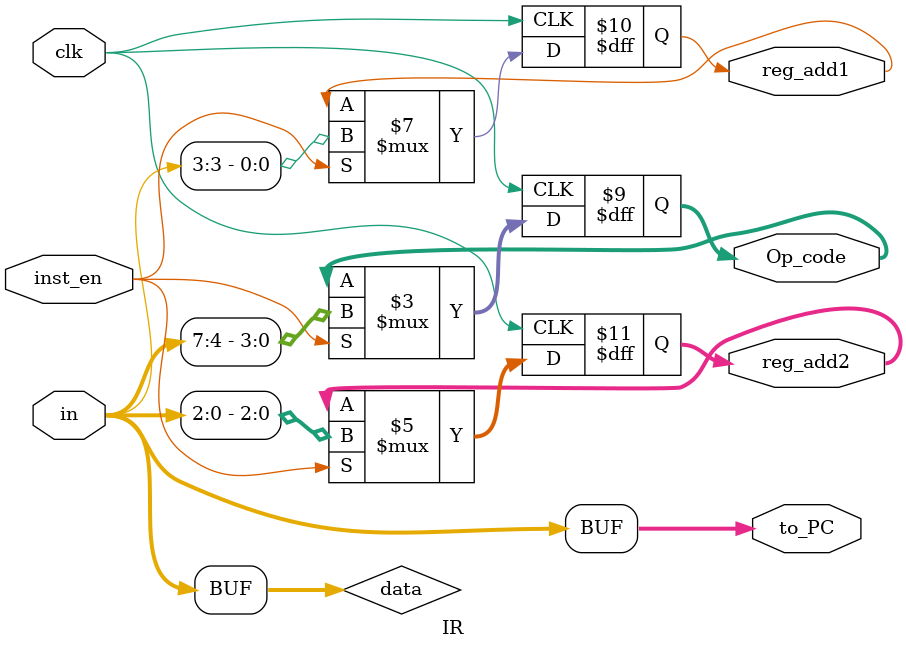
<source format=v>
`timescale 1ns / 1ps
module IR( clk, in, inst_en, Op_code, reg_add1, reg_add2, to_PC
    );
input clk;
input [7:0] in;
input inst_en;
output [7:0] to_PC;
output reg [3:0] Op_code;
output reg reg_add1;
output reg [2:0] reg_add2;
reg [7:0] data;

always @ (in)
 data <= in;

always @ (negedge clk)
	if (inst_en)
		{Op_code,reg_add1,reg_add2} <= data;

assign to_PC = data;  

endmodule

</source>
